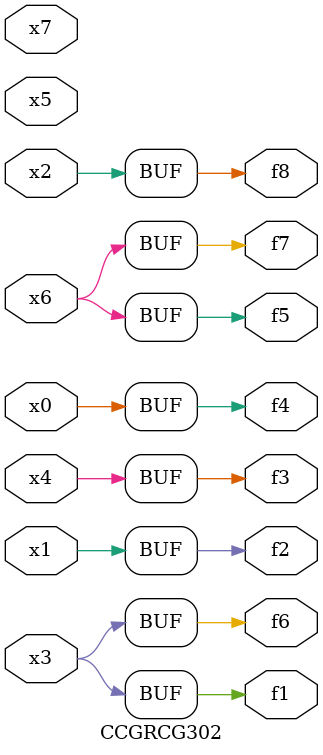
<source format=v>
module CCGRCG302(
	input x0, x1, x2, x3, x4, x5, x6, x7,
	output f1, f2, f3, f4, f5, f6, f7, f8
);
	assign f1 = x3;
	assign f2 = x1;
	assign f3 = x4;
	assign f4 = x0;
	assign f5 = x6;
	assign f6 = x3;
	assign f7 = x6;
	assign f8 = x2;
endmodule

</source>
